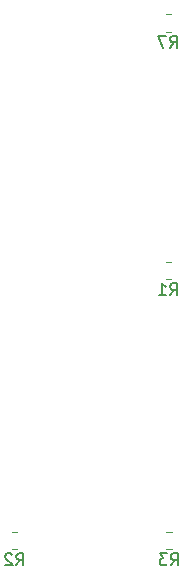
<source format=gbr>
%TF.GenerationSoftware,KiCad,Pcbnew,(5.1.8)-1*%
%TF.CreationDate,2024-01-21T21:17:12+03:00*%
%TF.ProjectId,MUX8x1-v5,4d555838-7831-42d7-9635-2e6b69636164,rev?*%
%TF.SameCoordinates,Original*%
%TF.FileFunction,Legend,Bot*%
%TF.FilePolarity,Positive*%
%FSLAX46Y46*%
G04 Gerber Fmt 4.6, Leading zero omitted, Abs format (unit mm)*
G04 Created by KiCad (PCBNEW (5.1.8)-1) date 2024-01-21 21:17:12*
%MOMM*%
%LPD*%
G01*
G04 APERTURE LIST*
%ADD10C,0.120000*%
%ADD11C,0.150000*%
G04 APERTURE END LIST*
D10*
%TO.C,R7*%
X175350436Y-46890000D02*
X175804564Y-46890000D01*
X175350436Y-48360000D02*
X175804564Y-48360000D01*
%TO.C,R3*%
X175397936Y-90705000D02*
X175852064Y-90705000D01*
X175397936Y-92175000D02*
X175852064Y-92175000D01*
%TO.C,R2*%
X162332936Y-90705000D02*
X162787064Y-90705000D01*
X162332936Y-92175000D02*
X162787064Y-92175000D01*
%TO.C,R1*%
X175350436Y-67845000D02*
X175804564Y-67845000D01*
X175350436Y-69315000D02*
X175804564Y-69315000D01*
%TO.C,R7*%
D11*
X175744166Y-49727380D02*
X176077500Y-49251190D01*
X176315595Y-49727380D02*
X176315595Y-48727380D01*
X175934642Y-48727380D01*
X175839404Y-48775000D01*
X175791785Y-48822619D01*
X175744166Y-48917857D01*
X175744166Y-49060714D01*
X175791785Y-49155952D01*
X175839404Y-49203571D01*
X175934642Y-49251190D01*
X176315595Y-49251190D01*
X175410833Y-48727380D02*
X174744166Y-48727380D01*
X175172738Y-49727380D01*
%TO.C,R3*%
X175791666Y-93542380D02*
X176125000Y-93066190D01*
X176363095Y-93542380D02*
X176363095Y-92542380D01*
X175982142Y-92542380D01*
X175886904Y-92590000D01*
X175839285Y-92637619D01*
X175791666Y-92732857D01*
X175791666Y-92875714D01*
X175839285Y-92970952D01*
X175886904Y-93018571D01*
X175982142Y-93066190D01*
X176363095Y-93066190D01*
X175458333Y-92542380D02*
X174839285Y-92542380D01*
X175172619Y-92923333D01*
X175029761Y-92923333D01*
X174934523Y-92970952D01*
X174886904Y-93018571D01*
X174839285Y-93113809D01*
X174839285Y-93351904D01*
X174886904Y-93447142D01*
X174934523Y-93494761D01*
X175029761Y-93542380D01*
X175315476Y-93542380D01*
X175410714Y-93494761D01*
X175458333Y-93447142D01*
%TO.C,R2*%
X162726666Y-93542380D02*
X163060000Y-93066190D01*
X163298095Y-93542380D02*
X163298095Y-92542380D01*
X162917142Y-92542380D01*
X162821904Y-92590000D01*
X162774285Y-92637619D01*
X162726666Y-92732857D01*
X162726666Y-92875714D01*
X162774285Y-92970952D01*
X162821904Y-93018571D01*
X162917142Y-93066190D01*
X163298095Y-93066190D01*
X162345714Y-92637619D02*
X162298095Y-92590000D01*
X162202857Y-92542380D01*
X161964761Y-92542380D01*
X161869523Y-92590000D01*
X161821904Y-92637619D01*
X161774285Y-92732857D01*
X161774285Y-92828095D01*
X161821904Y-92970952D01*
X162393333Y-93542380D01*
X161774285Y-93542380D01*
%TO.C,R1*%
X175744166Y-70682380D02*
X176077500Y-70206190D01*
X176315595Y-70682380D02*
X176315595Y-69682380D01*
X175934642Y-69682380D01*
X175839404Y-69730000D01*
X175791785Y-69777619D01*
X175744166Y-69872857D01*
X175744166Y-70015714D01*
X175791785Y-70110952D01*
X175839404Y-70158571D01*
X175934642Y-70206190D01*
X176315595Y-70206190D01*
X174791785Y-70682380D02*
X175363214Y-70682380D01*
X175077500Y-70682380D02*
X175077500Y-69682380D01*
X175172738Y-69825238D01*
X175267976Y-69920476D01*
X175363214Y-69968095D01*
%TD*%
M02*

</source>
